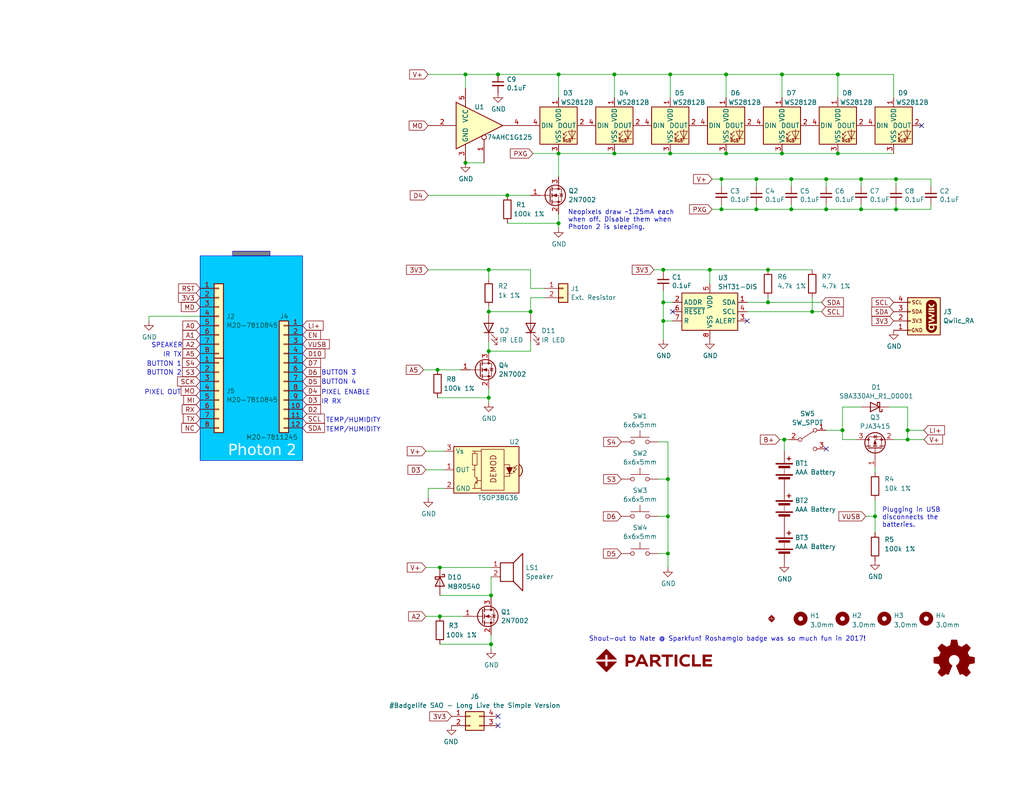
<source format=kicad_sch>
(kicad_sch (version 20230121) (generator eeschema)
  (paper "USLetter")
  (title_block (title "Particle BAMF23 Badge") (date "2023-08-24") (rev "v0.1") (company "         Designed by Brett Walach"))
  (lib_symbols
    (symbol "Connector_Generic:Conn_01x02" (pin_names (offset 1.016) hide)
      (property "Reference" "J" (at 0 2.54 0))
      (property "Value" "Conn_01x02" (at 0 -5.08 0))
      (symbol "Conn_01x02_1_1"
        (pin passive line (at -5.08 0 0) (length 3.81) (name "Pin_1") (number "1"))
        (pin passive line (at -5.08 -2.54 0) (length 3.81) (name "Pin_2") (number "2"))
      )
    )
    (symbol "Connector_Generic:Conn_02x02_Counter_Clockwise" (pin_names (offset 1.016) hide)
      (property "Reference" "J" (at 1.27 2.54 0))
      (property "Value" "Conn_02x02_Counter_Clockwise" (at 1.27 -5.08 0))
      (symbol "Conn_02x02_Counter_Clockwise_1_1"
        (pin passive line (at -5.08 0 0) (length 3.81) (name "Pin_1") (number "1"))
        (pin passive line (at -5.08 -2.54 0) (length 3.81) (name "Pin_2") (number "2"))
        (pin passive line (at 7.62 -2.54 180) (length 3.81) (name "Pin_3") (number "3"))
        (pin passive line (at 7.62 0 180) (length 3.81) (name "Pin_4") (number "4"))
      )
    )
    (symbol "Device:Battery" (pin_numbers hide) (pin_names (offset 0) hide)
      (property "Reference" "BT" (at 2.54 2.54 0))
      (property "Value" "Battery" (at 2.54 0 0))
      (symbol "Battery_1_1"
        (pin passive line (at 0 5.08 270) (length 2.54) (name "+") (number "1"))
        (pin passive line (at 0 -5.08 90) (length 2.54) (name "-") (number "2"))
      )
    )
    (symbol "Diode:MBR0540" (pin_numbers hide) (pin_names (offset 1.016) hide)
      (property "Reference" "D" (at 0 2.54 0))
      (property "Value" "MBR0540" (at 0 -2.54 0))
      (symbol "MBR0540_1_1"
        (pin passive line (at -3.81 0 0) (length 2.54) (name "K") (number "1"))
        (pin passive line (at 3.81 0 180) (length 2.54) (name "A") (number "2"))
      )
    )
    (symbol "Graphic:Logo_Open_Hardware_Small" (pin_names (offset 1.016)))
    (symbol "Mechanical:MountingHole" (pin_names (offset 1.016))
      (property "Reference" "H" (at 0 5.08 0))
      (property "Value" "MountingHole" (at 0 3.175 0))
    )
    (symbol "Sensor_Humidity:SHT31-DIS"
      (property "Reference" "U" (at -6.35 6.35 0))
      (property "Value" "SHT31-DIS" (at 6.35 6.35 0))
      (symbol "SHT31-DIS_1_1"
        (pin bidirectional line (at 10.16 2.54 180) (length 2.54) (name "SDA") (number "1"))
        (pin input line (at -10.16 2.54 0) (length 2.54) (name "ADDR") (number "2"))
        (pin output line (at 10.16 -2.54 180) (length 2.54) (name "ALERT") (number "3"))
        (pin input line (at 10.16 0 180) (length 2.54) (name "SCL") (number "4"))
        (pin power_in line (at 0 7.62 270) (length 2.54) (name "VDD") (number "5"))
        (pin input line (at -10.16 0 0) (length 2.54) (name "~{RESET}") (number "6"))
        (pin passive line (at -10.16 -2.54 0) (length 2.54) (name "R") (number "7"))
        (pin power_in line (at 0 -7.62 90) (length 2.54) (name "VSS") (number "8"))
        (pin passive line (at 0 -7.62 90) (length 2.54) hide (name "VSS") (number "9"))
      )
    )
    (symbol "Switch:SW_SPDT" (pin_names (offset 0) hide)
      (property "Reference" "SW" (at 0 4.318 0))
      (property "Value" "SW_SPDT" (at 0 -5.08 0))
      (symbol "SW_SPDT_1_1"
        (pin passive line (at 5.08 2.54 180) (length 2.54) (name "A") (number "1"))
        (pin passive line (at -5.08 0 0) (length 2.54) (name "B") (number "2"))
        (pin passive line (at 5.08 -2.54 180) (length 2.54) (name "C") (number "3"))
      )
    )
    (symbol "logo:LOGO" (pin_names (offset 1.016)))
    (symbol "particle-bamf23-badge:2N7002" (pin_names hide)
      (property "Reference" "Q2" (at 5.207 1.2121 0))
      (property "Value" "2N7002" (at 5.207 -1.2121 0))
      (symbol "2N7002_1_1"
        (pin input line (at -5.08 0 0) (length 2.54) (name "G") (number "1"))
        (pin passive line (at 2.54 -5.08 90) (length 2.54) (name "S") (number "2"))
        (pin passive line (at 2.54 5.08 270) (length 2.54) (name "D") (number "3"))
      )
    )
    (symbol "particle-bamf23-badge:74AHC1G125"
      (property "Reference" "U1" (at -1.905 6.985 0))
      (property "Value" "74AHC1G125" (at 3.175 5.08 0))
      (symbol "74AHC1G125_1_1"
        (pin input inverted (at 0 -10.16 90) (length 7.62) (name "~") (number "1"))
        (pin input line (at -15.24 0 0) (length 7.62) (name "~") (number "2"))
        (pin power_in line (at -5.08 -10.16 90) (length 5.08) (name "GND") (number "3"))
        (pin tri_state line (at 12.7 0 180) (length 7.62) (name "~") (number "4"))
        (pin power_in line (at -5.08 10.16 270) (length 5.08) (name "VCC") (number "5"))
      )
    )
    (symbol "particle-bamf23-badge:C_Small" (pin_numbers hide) (pin_names (offset 0.254) hide)
      (property "Reference" "C1" (at 2.3368 1.1684 0))
      (property "Value" "0.1uF" (at 2.3368 -1.143 0))
      (symbol "C_Small_1_1"
        (pin passive line (at 0 2.54 270) (length 2.032) (name "~") (number "1"))
        (pin passive line (at 0 -2.54 90) (length 2.032) (name "~") (number "2"))
      )
    )
    (symbol "particle-bamf23-badge:Conn_01x08" (pin_names (offset 1.016) hide)
      (property "Reference" "J6" (at 2.032 -0.0579 0))
      (property "Value" "Conn_01x08" (at 2.032 -2.4821 0))
      (symbol "Conn_01x08_1_1"
        (pin passive line (at -5.08 7.62 0) (length 3.81) (name "Pin_1") (number "1"))
        (pin passive line (at -5.08 5.08 0) (length 3.81) (name "Pin_2") (number "2"))
        (pin passive line (at -5.08 2.54 0) (length 3.81) (name "Pin_3") (number "3"))
        (pin passive line (at -5.08 0 0) (length 3.81) (name "Pin_4") (number "4"))
        (pin passive line (at -5.08 -2.54 0) (length 3.81) (name "Pin_5") (number "5"))
        (pin passive line (at -5.08 -5.08 0) (length 3.81) (name "Pin_6") (number "6"))
        (pin passive line (at -5.08 -7.62 0) (length 3.81) (name "Pin_7") (number "7"))
        (pin passive line (at -5.08 -10.16 0) (length 3.81) (name "Pin_8") (number "8"))
      )
    )
    (symbol "particle-bamf23-badge:Conn_01x12" (pin_names (offset 1.016) hide)
      (property "Reference" "J2" (at -1.27 -17.78 0))
      (property "Value" "M20-7810645" (at -12.7 -20.32 0))
      (symbol "Conn_01x12_1_1"
        (pin passive line (at -5.08 12.7 0) (length 3.81) (name "Pin_1") (number "1"))
        (pin passive line (at -5.08 -10.16 0) (length 3.81) (name "Pin_10") (number "10"))
        (pin passive line (at -5.08 -12.7 0) (length 3.81) (name "Pin_11") (number "11"))
        (pin passive line (at -5.08 -15.24 0) (length 3.81) (name "Pin_12") (number "12"))
        (pin passive line (at -5.08 10.16 0) (length 3.81) (name "Pin_2") (number "2"))
        (pin passive line (at -5.08 7.62 0) (length 3.81) (name "Pin_3") (number "3"))
        (pin passive line (at -5.08 5.08 0) (length 3.81) (name "Pin_4") (number "4"))
        (pin passive line (at -5.08 2.54 0) (length 3.81) (name "Pin_5") (number "5"))
        (pin passive line (at -5.08 0 0) (length 3.81) (name "Pin_6") (number "6"))
        (pin passive line (at -5.08 -2.54 0) (length 3.81) (name "Pin_7") (number "7"))
        (pin passive line (at -5.08 -5.08 0) (length 3.81) (name "Pin_8") (number "8"))
        (pin passive line (at -5.08 -7.62 0) (length 3.81) (name "Pin_9") (number "9"))
      )
    )
    (symbol "particle-bamf23-badge:GND" (power) (pin_names (offset 0))
      (property "Value" "GND" (at 0.127 -4.3942 0))
      (symbol "GND_1_1"
        (pin power_in line (at 0 0 270) (length 0) hide (name "GND") (number "1"))
      )
    )
    (symbol "particle-bamf23-badge:LED" (pin_numbers hide) (pin_names (offset 1.016) hide)
      (property "Reference" "D2" (at -0.7528 -2.921 90))
      (property "Value" "IR LED" (at -3.2897 -2.921 90))
      (symbol "LED_1_1"
        (pin passive line (at -3.81 0 0) (length 2.54) (name "K") (number "1"))
        (pin passive line (at 3.81 0 180) (length 2.54) (name "A") (number "2"))
      )
    )
    (symbol "particle-bamf23-badge:Q_PMOS_GSD" (pin_names (offset 0) hide)
      (property "Reference" "Q3" (at 8.5893 0 90))
      (property "Value" "PJA3415" (at 6.1651 0 90))
      (symbol "Q_PMOS_GSD_1_1"
        (pin input line (at -5.08 0 0) (length 2.54) (name "G") (number "1"))
        (pin passive line (at 2.54 -5.08 90) (length 2.54) (name "S") (number "2"))
        (pin passive line (at 2.54 5.08 270) (length 2.54) (name "D") (number "3"))
      )
    )
    (symbol "particle-bamf23-badge:R" (pin_numbers hide) (pin_names (offset 0))
      (property "Reference" "R2" (at -5.08 0 90))
      (property "Value" "1k 1%" (at -2.54 3.81 90))
      (symbol "R_1_1"
        (pin passive line (at 0 3.81 270) (length 1.27) (name "~") (number "1"))
        (pin passive line (at 0 -3.81 90) (length 1.27) (name "~") (number "2"))
      )
    )
    (symbol "particle-bamf23-badge:SW_Push" (pin_numbers hide) (pin_names (offset 1.016) hide)
      (property "Reference" "SW1" (at 0 7.0653 0))
      (property "Value" "SW_Push" (at 0 4.6411 0))
      (symbol "SW_Push_0_1"
        (pin passive line (at -5.08 0 0) (length 2.54) (name "1") (number "1"))
        (pin passive line (at 5.08 0 180) (length 2.54) (name "2") (number "2"))
      )
    )
    (symbol "particle-bamf23-badge:Speaker" (pin_names (offset 0) hide)
      (property "Reference" "LS1" (at 4.318 -0.0579 0))
      (property "Value" "Speaker" (at 4.318 -2.4821 0))
      (symbol "Speaker_1_1"
        (pin input line (at -5.08 0 0) (length 2.54) (name "1") (number "1"))
        (pin input line (at -5.08 -2.54 0) (length 2.54) (name "2") (number "2"))
      )
    )
    (symbol "particle-bamf23-badge:TSOP38238"
      (property "Reference" "U3" (at -1.735 10.4943 0))
      (property "Value" "TSOP38G36" (at -1.735 8.0701 0))
      (symbol "TSOP38238_0_0"
        (text "DEMOD" (at -3.175 0.254 900) (effects (font (size 1.524 1.524))))
      )
      (symbol "TSOP38238_1_1"
        (pin output line (at 10.16 0 180) (length 2.54) (name "OUT") (number "1"))
        (pin power_in line (at 10.16 -5.08 180) (length 2.54) (name "GND") (number "2"))
        (pin power_in line (at 10.16 5.08 180) (length 2.54) (name "Vs") (number "3"))
      )
    )
    (symbol "particle-bamf23-badge:WS2812B" (pin_names (offset 0.254))
      (property "Reference" "D3" (at 2.54 8.89 0))
      (property "Value" "WS2812B" (at 5.08 6.35 0))
      (symbol "WS2812B_0_0"
        (text "RGB" (at 2.286 -4.191 0) (effects (font (size 0.762 0.762))))
      )
      (symbol "WS2812B_1_1"
        (pin power_in line (at 0 7.62 270) (length 2.54) (name "VDD") (number "1"))
        (pin output line (at 7.62 0 180) (length 2.54) (name "DOUT") (number "2"))
        (pin power_in line (at 0 -7.62 90) (length 2.54) (name "VSS") (number "3"))
        (pin input line (at -7.62 0 0) (length 2.54) (name "DIN") (number "4"))
      )
    )
    (symbol "particle-logo2:LOGO" (pin_names (offset 1.016)))
    (symbol "sparkfun:Qwiic_Right_Angle" (pin_names (offset 1.016) hide)
      (property "Reference" "J" (at 0 5.08 0))
      (property "Value" "Qwiic_RA" (at 0 -7.62 0))
      (symbol "Qwiic_Right_Angle_1_1"
        (text "3V3" (at 1.27 -2.54 0) (effects (font (size 1 1))))
        (text "GND" (at 1.27 -5.08 0) (effects (font (size 1 1))))
        (text "SCL" (at 1.27 2.54 0) (effects (font (size 1 1))))
        (text "SDA" (at 1.27 0 0) (effects (font (size 1 1))))
        (pin passive line (at -5.08 -5.08 0) (length 3.81) (name "Pin_1") (number "1"))
        (pin passive line (at -5.08 -2.54 0) (length 3.81) (name "Pin_2") (number "2"))
        (pin passive line (at -5.08 0 0) (length 3.81) (name "Pin_3") (number "3"))
        (pin passive line (at -5.08 2.54 0) (length 3.81) (name "Pin_4") (number "4"))
        (pin no_connect line (at 2.54 3.81 270) (length 2.54) hide (name "NC") (number "NC1"))
        (pin no_connect line (at 2.54 3.81 270) (length 2.54) hide (name "NC") (number "NC2"))
      )
    )
  )
  (junction (at 138.43 53.34))
  (junction (at 119.38 100.965))
  (junction (at 152.4 20.32))
  (junction (at 234.95 48.895))
  (junction (at 234.95 57.15))
  (junction (at 198.12 20.32))
  (junction (at 196.85 57.15))
  (junction (at 209.55 73.66))
  (junction (at 180.975 73.66))
  (junction (at 228.6 20.32))
  (junction (at 209.55 82.55))
  (junction (at 215.9 48.895))
  (junction (at 198.12 41.91))
  (junction (at 167.64 41.91))
  (junction (at 120.015 168.275))
  (junction (at 133.35 85.09))
  (junction (at 133.35 95.885))
  (junction (at 229.87 117.475))
  (junction (at 133.35 73.66))
  (junction (at 144.78 85.09))
  (junction (at 180.975 87.63))
  (junction (at 213.36 20.32))
  (junction (at 238.76 140.97))
  (junction (at 133.35 108.585))
  (junction (at 221.615 85.09))
  (junction (at 225.425 57.15))
  (junction (at 213.995 120.015))
  (junction (at 133.985 162.56))
  (junction (at 244.475 57.15))
  (junction (at 225.425 48.895))
  (junction (at 120.015 154.94))
  (junction (at 193.675 73.66))
  (junction (at 213.36 41.91))
  (junction (at 182.245 130.81))
  (junction (at 182.88 20.32))
  (junction (at 167.64 20.32))
  (junction (at 182.245 140.97))
  (junction (at 152.4 41.91))
  (junction (at 182.88 41.91))
  (junction (at 127 20.32))
  (junction (at 196.85 48.895))
  (junction (at 215.9 57.15))
  (junction (at 152.4 60.96))
  (junction (at 180.975 82.55))
  (junction (at 135.89 20.32))
  (junction (at 247.65 120.015))
  (junction (at 244.475 48.895))
  (junction (at 182.245 151.13))
  (junction (at 127 44.45))
  (junction (at 247.65 117.475))
  (junction (at 133.985 175.895))
  (junction (at 206.375 48.895))
  (junction (at 206.375 57.15))
  (junction (at 228.6 41.91))
  (no_connect (at 251.46 34.29))
  (no_connect (at 135.89 195.58))
  (no_connect (at 203.835 87.63))
  (no_connect (at 183.515 85.09))
  (no_connect (at 225.425 122.555))
  (no_connect (at 135.89 198.12))
  (wire (pts (xy 180.975 73.66) (xy 193.675 73.66)))
  (wire (pts (xy 167.64 20.32) (xy 182.88 20.32)))
  (wire (pts (xy 182.245 130.81) (xy 182.245 140.97)))
  (wire (pts (xy 183.515 82.55) (xy 180.975 82.55)))
  (wire (pts (xy 247.65 111.125) (xy 247.65 117.475)))
  (wire (pts (xy 133.35 93.345) (xy 133.35 95.885)))
  (wire (pts (xy 115.57 100.965) (xy 119.38 100.965)))
  (wire (pts (xy 224.155 82.55) (xy 209.55 82.55)))
  (wire (pts (xy 133.985 162.56) (xy 133.985 163.195)))
  (wire (pts (xy 127 20.32) (xy 127 24.13)))
  (wire (pts (xy 206.375 57.15) (xy 196.85 57.15)))
  (wire (pts (xy 133.35 109.855) (xy 133.35 108.585)))
  (wire (pts (xy 244.475 55.88) (xy 244.475 57.15)))
  (wire (pts (xy 196.85 48.895) (xy 194.31 48.895)))
  (wire (pts (xy 225.425 57.15) (xy 215.9 57.15)))
  (wire (pts (xy 209.55 73.66) (xy 221.615 73.66)))
  (wire (pts (xy 133.985 175.895) (xy 133.985 173.355)))
  (wire (pts (xy 244.475 57.15) (xy 234.95 57.15)))
  (wire (pts (xy 180.975 82.55) (xy 180.975 87.63)))
  (wire (pts (xy 116.205 154.94) (xy 120.015 154.94)))
  (wire (pts (xy 225.425 117.475) (xy 229.87 117.475)))
  (wire (pts (xy 221.615 81.28) (xy 221.615 85.09)))
  (wire (pts (xy 167.64 41.91) (xy 182.88 41.91)))
  (wire (pts (xy 238.76 136.525) (xy 238.76 140.97)))
  (wire (pts (xy 116.84 20.32) (xy 127 20.32)))
  (wire (pts (xy 225.425 55.88) (xy 225.425 57.15)))
  (wire (pts (xy 254 57.15) (xy 254 55.88)))
  (wire (pts (xy 221.615 85.09) (xy 203.835 85.09)))
  (wire (pts (xy 228.6 20.32) (xy 243.84 20.32)))
  (wire (pts (xy 234.95 111.125) (xy 229.87 111.125)))
  (wire (pts (xy 133.35 108.585) (xy 133.35 106.045)))
  (wire (pts (xy 179.705 130.81) (xy 182.245 130.81)))
  (wire (pts (xy 238.76 140.97) (xy 238.76 145.415)))
  (wire (pts (xy 247.65 120.015) (xy 252.095 120.015)))
  (wire (pts (xy 234.95 57.15) (xy 225.425 57.15)))
  (wire (pts (xy 116.84 53.34) (xy 138.43 53.34)))
  (wire (pts (xy 144.78 95.885) (xy 133.35 95.885)))
  (wire (pts (xy 228.6 20.32) (xy 228.6 26.67)))
  (wire (pts (xy 179.705 151.13) (xy 182.245 151.13)))
  (wire (pts (xy 182.88 41.91) (xy 198.12 41.91)))
  (wire (pts (xy 144.78 78.74) (xy 148.59 78.74)))
  (wire (pts (xy 213.995 120.015) (xy 213.995 123.19)))
  (wire (pts (xy 144.78 93.345) (xy 144.78 95.885)))
  (wire (pts (xy 196.85 50.8) (xy 196.85 48.895)))
  (wire (pts (xy 167.64 20.32) (xy 167.64 26.67)))
  (wire (pts (xy 244.475 48.895) (xy 254 48.895)))
  (wire (pts (xy 209.55 81.28) (xy 209.55 82.55)))
  (wire (pts (xy 228.6 41.91) (xy 243.84 41.91)))
  (wire (pts (xy 133.985 154.94) (xy 120.015 154.94)))
  (wire (pts (xy 182.245 120.65) (xy 182.245 130.81)))
  (wire (pts (xy 152.4 41.91) (xy 152.4 48.26)))
  (wire (pts (xy 144.78 85.09) (xy 144.78 85.725)))
  (wire (pts (xy 213.995 120.015) (xy 215.265 120.015)))
  (wire (pts (xy 243.84 20.32) (xy 243.84 26.67)))
  (wire (pts (xy 183.515 87.63) (xy 180.975 87.63)))
  (wire (pts (xy 133.985 177.165) (xy 133.985 175.895)))
  (wire (pts (xy 133.35 85.09) (xy 133.35 85.725)))
  (wire (pts (xy 206.375 50.8) (xy 206.375 48.895)))
  (wire (pts (xy 182.88 20.32) (xy 198.12 20.32)))
  (wire (pts (xy 213.36 20.32) (xy 228.6 20.32)))
  (wire (pts (xy 254 48.895) (xy 254 50.8)))
  (wire (pts (xy 209.55 82.55) (xy 203.835 82.55)))
  (wire (pts (xy 127 44.45) (xy 132.08 44.45)))
  (wire (pts (xy 247.65 120.015) (xy 243.84 120.015)))
  (wire (pts (xy 133.35 73.66) (xy 133.35 76.2)))
  (wire (pts (xy 225.425 50.8) (xy 225.425 48.895)))
  (wire (pts (xy 152.4 41.91) (xy 167.64 41.91)))
  (wire (pts (xy 198.12 20.32) (xy 213.36 20.32)))
  (wire (pts (xy 238.76 128.905) (xy 238.76 127.635)))
  (wire (pts (xy 247.65 117.475) (xy 252.095 117.475)))
  (wire (pts (xy 120.015 168.275) (xy 126.365 168.275)))
  (wire (pts (xy 215.9 55.88) (xy 215.9 57.15)))
  (wire (pts (xy 116.84 133.35) (xy 121.285 133.35)))
  (wire (pts (xy 206.375 55.88) (xy 206.375 57.15)))
  (wire (pts (xy 244.475 57.15) (xy 254 57.15)))
  (wire (pts (xy 116.84 135.89) (xy 116.84 133.35)))
  (wire (pts (xy 133.35 83.82) (xy 133.35 85.09)))
  (wire (pts (xy 215.9 48.895) (xy 206.375 48.895)))
  (wire (pts (xy 229.87 117.475) (xy 229.87 120.015)))
  (wire (pts (xy 180.975 87.63) (xy 180.975 92.71)))
  (wire (pts (xy 152.4 20.32) (xy 152.4 26.67)))
  (wire (pts (xy 120.015 175.895) (xy 133.985 175.895)))
  (wire (pts (xy 247.65 117.475) (xy 247.65 120.015)))
  (wire (pts (xy 144.78 73.66) (xy 144.78 78.74)))
  (wire (pts (xy 127 20.32) (xy 135.89 20.32)))
  (wire (pts (xy 179.705 140.97) (xy 182.245 140.97)))
  (wire (pts (xy 180.975 74.295) (xy 180.975 73.66)))
  (wire (pts (xy 182.245 140.97) (xy 182.245 151.13)))
  (wire (pts (xy 152.4 62.23) (xy 152.4 60.96)))
  (wire (pts (xy 206.375 48.895) (xy 196.85 48.895)))
  (wire (pts (xy 133.985 157.48) (xy 133.985 162.56)))
  (wire (pts (xy 209.55 73.66) (xy 193.675 73.66)))
  (wire (pts (xy 244.475 48.895) (xy 234.95 48.895)))
  (wire (pts (xy 212.725 120.015) (xy 213.995 120.015)))
  (wire (pts (xy 133.35 73.66) (xy 144.78 73.66)))
  (wire (pts (xy 225.425 48.895) (xy 215.9 48.895)))
  (wire (pts (xy 196.85 55.88) (xy 196.85 57.15)))
  (wire (pts (xy 116.84 73.66) (xy 133.35 73.66)))
  (wire (pts (xy 116.205 128.27) (xy 121.285 128.27)))
  (wire (pts (xy 148.59 81.28) (xy 144.78 81.28)))
  (wire (pts (xy 182.245 151.13) (xy 182.245 154.94)))
  (wire (pts (xy 244.475 50.8) (xy 244.475 48.895)))
  (wire (pts (xy 152.4 20.32) (xy 167.64 20.32)))
  (wire (pts (xy 40.64 86.36) (xy 40.64 87.63)))
  (wire (pts (xy 178.435 73.66) (xy 180.975 73.66)))
  (wire (pts (xy 116.205 168.275) (xy 120.015 168.275)))
  (wire (pts (xy 116.205 123.19) (xy 121.285 123.19)))
  (wire (pts (xy 145.415 41.91) (xy 152.4 41.91)))
  (wire (pts (xy 54.61 86.36) (xy 40.64 86.36)))
  (wire (pts (xy 198.12 20.32) (xy 198.12 26.67)))
  (wire (pts (xy 138.43 53.34) (xy 144.78 53.34)))
  (wire (pts (xy 198.12 41.91) (xy 213.36 41.91)))
  (wire (pts (xy 213.36 20.32) (xy 213.36 26.67)))
  (wire (pts (xy 182.88 20.32) (xy 182.88 26.67)))
  (wire (pts (xy 229.87 111.125) (xy 229.87 117.475)))
  (wire (pts (xy 138.43 60.96) (xy 152.4 60.96)))
  (wire (pts (xy 236.22 140.97) (xy 238.76 140.97)))
  (wire (pts (xy 135.89 20.32) (xy 152.4 20.32)))
  (wire (pts (xy 196.85 57.15) (xy 194.31 57.15)))
  (wire (pts (xy 179.705 120.65) (xy 182.245 120.65)))
  (wire (pts (xy 144.78 81.28) (xy 144.78 85.09)))
  (wire (pts (xy 229.87 120.015) (xy 233.68 120.015)))
  (wire (pts (xy 215.9 50.8) (xy 215.9 48.895)))
  (wire (pts (xy 133.35 85.09) (xy 144.78 85.09)))
  (wire (pts (xy 234.95 48.895) (xy 225.425 48.895)))
  (wire (pts (xy 215.9 57.15) (xy 206.375 57.15)))
  (wire (pts (xy 119.38 108.585) (xy 133.35 108.585)))
  (wire (pts (xy 152.4 60.96) (xy 152.4 58.42)))
  (wire (pts (xy 193.675 73.66) (xy 193.675 77.47)))
  (wire (pts (xy 119.38 100.965) (xy 125.73 100.965)))
  (wire (pts (xy 213.36 41.91) (xy 228.6 41.91)))
  (wire (pts (xy 180.975 79.375) (xy 180.975 82.55)))
  (wire (pts (xy 234.95 50.8) (xy 234.95 48.895)))
  (wire (pts (xy 133.985 162.56) (xy 120.015 162.56)))
  (wire (pts (xy 234.95 55.88) (xy 234.95 57.15)))
  (wire (pts (xy 242.57 111.125) (xy 247.65 111.125)))
  (wire (pts (xy 224.155 85.09) (xy 221.615 85.09)))
  (rectangle (start 63.5 68.58) (end 73.66 69.85) (fill (type color) (color 132 132 132 1)))
  (rectangle (start 54.61 69.85) (end 82.55 125.73) (fill (type color) (color 0 202 254 1)))
  (text "Shout-out to Nate @ Sparkfun! Roshamglo badge was so much fun in 2017!\n" (at 160.655 175.26 0) (effects (font (size 1.27 1.27)) (justify left bottom)))
  (text "BUTTON 3\n\n\n" (at 87.63 106.68 0) (effects (font (size 1.27 1.27)) (justify left bottom)))
  (text "BUTTON 4\n\n\n" (at 87.63 109.22 0) (effects (font (size 1.27 1.27)) (justify left bottom)))
  (text "PIXEL OUT\n" (at 39.37 107.95 0) (effects (font (size 1.27 1.27)) (justify left bottom)))
  (text "BUTTON 2\n\n\n" (at 40.005 106.68 0) (effects (font (size 1.27 1.27)) (justify left bottom)))
  (text "IR TX\n\n" (at 44.45 99.695 0) (effects (font (size 1.27 1.27)) (justify left bottom)))
  (text "Plugging in USB\ndisconnects the\nbatteries." (at 240.665 144.145 0) (effects (font (size 1.27 1.27)) (justify left bottom)))
  (text "IR RX\n" (at 87.63 110.49 0) (effects (font (size 1.27 1.27)) (justify left bottom)))
  (text "Photon 2" (at 62.23 125.73 0) (effects (font (size 3 3)) (justify left bottom)))
  (text "PIXEL ENABLE\n" (at 87.63 107.95 0) (effects (font (size 1.27 1.27)) (justify left bottom)))
  (text "Neopixels draw ~1.25mA each\nwhen off. Disable them when\nPhoton 2 is sleeping." (at 154.94 62.865 0) (effects (font (size 1.27 1.27)) (justify left bottom)))
  (text "SPEAKER\n\n" (at 41.275 97.155 0) (effects (font (size 1.27 1.27)) (justify left bottom)))
  (text "TEMP/HUMIDITY" (at 88.9 115.57 0) (effects (font (size 1.27 1.27)) (justify left bottom)))
  (text "TEMP/HUMIDITY" (at 88.9 118.11 0) (effects (font (size 1.27 1.27)) (justify left bottom)))
  (text "BUTTON 1\n\n" (at 40.005 102.235 0) (effects (font (size 1.27 1.27)) (justify left bottom)))
  (global_label "SDA" (shape input) (at 243.84 85.09 180) (property "Intersheetrefs" "${INTERSHEET_REFS}" (effects hide)))
  (global_label "VUSB" (shape input) (at 236.22 140.97 180) (property "Intersheetrefs" "${INTERSHEET_REFS}" (effects hide)))
  (global_label "LI+" (shape input) (at 252.095 117.475 0) (property "Intersheetrefs" "${INTERSHEET_REFS}" (effects hide)))
  (global_label "3V3" (shape input) (at 123.19 195.58 180) (property "Intersheetrefs" "${INTERSHEET_REFS}" (effects hide)))
  (global_label "V+" (shape input) (at 194.31 48.895 180) (property "Intersheetrefs" "${INTERSHEET_REFS}" (effects hide)))
  (global_label "D4" (shape input) (at 82.55 106.68 0) (property "Intersheetrefs" "${INTERSHEET_REFS}" (effects hide)))
  (global_label "S3" (shape input) (at 54.61 101.6 180) (property "Intersheetrefs" "${INTERSHEET_REFS}" (effects hide)))
  (global_label "D5" (shape input) (at 169.545 151.13 180) (property "Intersheetrefs" "${INTERSHEET_REFS}" (effects hide)))
  (global_label "S4" (shape input) (at 169.545 120.65 180) (property "Intersheetrefs" "${INTERSHEET_REFS}" (effects hide)))
  (global_label "MO" (shape input) (at 116.84 34.29 180) (property "Intersheetrefs" "${INTERSHEET_REFS}" (effects hide)))
  (global_label "A0" (shape input) (at 54.61 88.9 180) (property "Intersheetrefs" "${INTERSHEET_REFS}" (effects hide)))
  (global_label "PXG" (shape input) (at 145.415 41.91 180) (property "Intersheetrefs" "${INTERSHEET_REFS}" (effects hide)))
  (global_label "TX" (shape input) (at 54.61 114.3 180) (property "Intersheetrefs" "${INTERSHEET_REFS}" (effects hide)))
  (global_label "SDA" (shape input) (at 82.55 116.84 0) (property "Intersheetrefs" "${INTERSHEET_REFS}" (effects hide)))
  (global_label "SCL" (shape input) (at 224.155 85.09 0) (property "Intersheetrefs" "${INTERSHEET_REFS}" (effects hide)))
  (global_label "V+" (shape input) (at 252.095 120.015 0) (property "Intersheetrefs" "${INTERSHEET_REFS}" (effects hide)))
  (global_label "D3" (shape input) (at 116.205 128.27 180) (property "Intersheetrefs" "${INTERSHEET_REFS}" (effects hide)))
  (global_label "MO" (shape input) (at 54.61 106.68 180) (property "Intersheetrefs" "${INTERSHEET_REFS}" (effects hide)))
  (global_label "RX" (shape input) (at 54.61 111.76 180) (property "Intersheetrefs" "${INTERSHEET_REFS}" (effects hide)))
  (global_label "S3" (shape input) (at 169.545 130.81 180) (property "Intersheetrefs" "${INTERSHEET_REFS}" (effects hide)))
  (global_label "D7" (shape input) (at 82.55 99.06 0) (property "Intersheetrefs" "${INTERSHEET_REFS}" (effects hide)))
  (global_label "SCL" (shape input) (at 82.55 114.3 0) (property "Intersheetrefs" "${INTERSHEET_REFS}" (effects hide)))
  (global_label "V+" (shape input) (at 116.205 123.19 180) (property "Intersheetrefs" "${INTERSHEET_REFS}" (effects hide)))
  (global_label "3V3" (shape input) (at 243.84 87.63 180) (property "Intersheetrefs" "${INTERSHEET_REFS}" (effects hide)))
  (global_label "D6" (shape input) (at 169.545 140.97 180) (property "Intersheetrefs" "${INTERSHEET_REFS}" (effects hide)))
  (global_label "A2" (shape input) (at 54.61 93.98 180) (property "Intersheetrefs" "${INTERSHEET_REFS}" (effects hide)))
  (global_label "3V3" (shape input) (at 116.84 73.66 180) (property "Intersheetrefs" "${INTERSHEET_REFS}" (effects hide)))
  (global_label "V+" (shape input) (at 116.205 154.94 180) (property "Intersheetrefs" "${INTERSHEET_REFS}" (effects hide)))
  (global_label "D4" (shape input) (at 116.84 53.34 180) (property "Intersheetrefs" "${INTERSHEET_REFS}" (effects hide)))
  (global_label "D6" (shape input) (at 82.55 101.6 0) (property "Intersheetrefs" "${INTERSHEET_REFS}" (effects hide)))
  (global_label "B+" (shape input) (at 212.725 120.015 180) (property "Intersheetrefs" "${INTERSHEET_REFS}" (effects hide)))
  (global_label "SDA" (shape input) (at 224.155 82.55 0) (property "Intersheetrefs" "${INTERSHEET_REFS}" (effects hide)))
  (global_label "A2" (shape input) (at 116.205 168.275 180) (property "Intersheetrefs" "${INTERSHEET_REFS}" (effects hide)))
  (global_label "D3" (shape input) (at 82.55 109.22 0) (property "Intersheetrefs" "${INTERSHEET_REFS}" (effects hide)))
  (global_label "MI" (shape input) (at 54.61 109.22 180) (property "Intersheetrefs" "${INTERSHEET_REFS}" (effects hide)))
  (global_label "NC" (shape input) (at 54.61 116.84 180) (property "Intersheetrefs" "${INTERSHEET_REFS}" (effects hide)))
  (global_label "LI+" (shape input) (at 82.55 88.9 0) (property "Intersheetrefs" "${INTERSHEET_REFS}" (effects hide)))
  (global_label "A5" (shape input) (at 115.57 100.965 180) (property "Intersheetrefs" "${INTERSHEET_REFS}" (effects hide)))
  (global_label "D5" (shape input) (at 82.55 104.14 0) (property "Intersheetrefs" "${INTERSHEET_REFS}" (effects hide)))
  (global_label "SCK" (shape input) (at 54.61 104.14 180) (property "Intersheetrefs" "${INTERSHEET_REFS}" (effects hide)))
  (global_label "PXG" (shape input) (at 194.31 57.15 180) (property "Intersheetrefs" "${INTERSHEET_REFS}" (effects hide)))
  (global_label "D2" (shape input) (at 82.55 111.76 0) (property "Intersheetrefs" "${INTERSHEET_REFS}" (effects hide)))
  (global_label "RST" (shape input) (at 54.61 78.74 180) (property "Intersheetrefs" "${INTERSHEET_REFS}" (effects hide)))
  (global_label "MD" (shape input) (at 54.61 83.82 180) (property "Intersheetrefs" "${INTERSHEET_REFS}" (effects hide)))
  (global_label "A5" (shape input) (at 54.61 96.52 180) (property "Intersheetrefs" "${INTERSHEET_REFS}" (effects hide)))
  (global_label "EN" (shape input) (at 82.55 91.44 0) (property "Intersheetrefs" "${INTERSHEET_REFS}" (effects hide)))
  (global_label "3V3" (shape input) (at 54.61 81.28 180) (property "Intersheetrefs" "${INTERSHEET_REFS}" (effects hide)))
  (global_label "VUSB" (shape input) (at 82.55 93.98 0) (property "Intersheetrefs" "${INTERSHEET_REFS}" (effects hide)))
  (global_label "SCL" (shape input) (at 243.84 82.55 180) (property "Intersheetrefs" "${INTERSHEET_REFS}" (effects hide)))
  (global_label "3V3" (shape input) (at 178.435 73.66 180) (property "Intersheetrefs" "${INTERSHEET_REFS}" (effects hide)))
  (global_label "V+" (shape input) (at 116.84 20.32 180) (property "Intersheetrefs" "${INTERSHEET_REFS}" (effects hide)))
  (global_label "A1" (shape input) (at 54.61 91.44 180) (property "Intersheetrefs" "${INTERSHEET_REFS}" (effects hide)))
  (global_label "D10" (shape input) (at 82.55 96.52 0) (property "Intersheetrefs" "${INTERSHEET_REFS}" (effects hide)))
  (global_label "S4" (shape input) (at 54.61 99.06 180) (property "Intersheetrefs" "${INTERSHEET_REFS}" (effects hide)))
  (symbol (lib_id "Graphic:Logo_Open_Hardware_Small") (at 260.35 180.34 0) (unit 1)
    (property "Reference" "#LOGO1" (effects hide))
    (property "Value" "Logo_Open_Hardware_Small" (effects hide))
  )
  (symbol (lib_id "particle-bamf23-badge:GND") (at 127 44.45 0) (unit 1)
    (property "Reference" "#PWR02" (effects hide))
    (property "Value" "GND" (at 127.127 48.8442 0))
  )
  (symbol (lib_id "particle-bamf23-badge:SW_Push") (at 174.625 140.97 0) (unit 1)
    (property "Reference" "SW3" (at 174.625 133.9047 0))
    (property "Value" "6x6x5mm" (at 174.625 136.3289 0))
    (property "Footprint" "particle-bamf23-badge:SW_Push_1P1T_NO_6x6mm_H5mm" (effects hide))
  )
  (symbol (lib_id "particle-bamf23-badge:C_Small") (at 180.975 76.835 0) (unit 1)
    (property "Reference" "C1" (at 183.3118 75.6666 0) (effects (justify left)))
    (property "Value" "0.1uF" (at 183.3118 77.978 0) (effects (justify left)))
    (property "Footprint" "particle-bamf23-badge:C_0805_2012Metric_Pad1.20x1.40mm_HandSolder" (effects hide))
  )
  (symbol (lib_id "particle-bamf23-badge:C_Small") (at 225.425 53.34 0) (unit 1)
    (property "Reference" "C6" (at 227.7618 52.1716 0) (effects (justify left)))
    (property "Value" "0.1uF" (at 227.7618 54.483 0) (effects (justify left)))
    (property "Footprint" "particle-bamf23-badge:C_0805_2012Metric_Pad1.20x1.40mm_HandSolder" (effects hide))
  )
  (symbol (lib_id "Device:Battery") (at 213.995 148.59 0) (unit 1)
    (property "Reference" "BT3" (at 216.916 146.8064 0) (effects (justify left)))
    (property "Value" "AAA Battery" (at 216.916 149.2306 0) (effects (justify left)))
    (property "Footprint" "particle-bamf23-badge:BatteryHolder_MPD_BK82_AAA" (effects hide))
  )
  (symbol (lib_id "particle-bamf23-badge:WS2812B") (at 152.4 34.29 0) (unit 1)
    (property "Reference" "D3" (at 154.94 25.4 0))
    (property "Value" "WS2812B" (at 157.48 27.94 0))
    (property "Footprint" "particle-bamf23-badge:LED_WS2812B_PLCC4_5.0x5.0mm_P3.2mm" (effects hide))
    (property "Datasheet" "https://cdn-shop.adafruit.com/datasheets/WS2812B.pdf" (effects hide))
  )
  (symbol (lib_id "particle-bamf23-badge:GND") (at 152.4 62.23 0) (unit 1)
    (property "Reference" "#PWR01" (effects hide))
    (property "Value" "GND" (at 152.527 66.6242 0))
  )
  (symbol (lib_id "particle-bamf23-badge:C_Small") (at 206.375 53.34 0) (unit 1)
    (property "Reference" "C4" (at 208.7118 52.1716 0) (effects (justify left)))
    (property "Value" "0.1uF" (at 208.7118 54.483 0) (effects (justify left)))
    (property "Footprint" "particle-bamf23-badge:C_0805_2012Metric_Pad1.20x1.40mm_HandSolder" (effects hide))
  )
  (symbol (lib_id "particle-bamf23-badge:R") (at 238.76 149.225 180) (unit 1)
    (property "Reference" "R5" (at 241.3 147.32 0) (effects (justify right)))
    (property "Value" "100k 1%" (at 241.3 149.86 0) (effects (justify right)))
    (property "Footprint" "particle-bamf23-badge:R_0805_2012Metric_Pad1.20x1.40mm_HandSolder" (effects hide))
  )
  (symbol (lib_id "particle-bamf23-badge:GND") (at 133.35 109.855 0) (unit 1)
    (property "Reference" "#PWR013" (effects hide))
    (property "Value" "GND" (at 133.477 114.2492 0))
  )
  (symbol (lib_id "particle-bamf23-badge:SW_Push") (at 174.625 130.81 0) (unit 1)
    (property "Reference" "SW2" (at 174.625 123.7447 0))
    (property "Value" "6x6x5mm" (at 174.625 126.1689 0))
    (property "Footprint" "particle-bamf23-badge:SW_Push_1P1T_NO_6x6mm_H5mm" (effects hide))
  )
  (symbol (lib_id "Mechanical:MountingHole") (at 252.73 168.91 0) (unit 1)
    (property "Reference" "H4" (at 255.27 168.0753 0) (effects (justify left)))
    (property "Value" "3.0mm" (at 255.27 170.6122 0) (effects (justify left)))
    (property "Footprint" "particle-bamf23-badge:MountingHole_4.0mm_M3.0" (effects hide))
  )
  (symbol (lib_id "particle-bamf23-badge:Conn_01x12") (at 77.47 101.6 0) (mirror y) (unit 1)
    (property "Reference" "J4" (at 78.74 86.36 0) (effects (justify left)))
    (property "Value" "M20-7811245" (at 81.28 119.38 0) (effects (justify left)))
    (property "Footprint" "particle-bamf23-badge:Harwin_M20-7811245_2x12_P2.54mm_Vertical" (effects hide))
  )
  (symbol (lib_id "particle-bamf23-badge:C_Small") (at 196.85 53.34 0) (unit 1)
    (property "Reference" "C3" (at 199.1868 52.1716 0) (effects (justify left)))
    (property "Value" "0.1uF" (at 199.1868 54.483 0) (effects (justify left)))
    (property "Footprint" "particle-bamf23-badge:C_0805_2012Metric_Pad1.20x1.40mm_HandSolder" (effects hide))
  )
  (symbol (lib_id "particle-bamf23-badge:C_Small") (at 234.95 53.34 0) (unit 1)
    (property "Reference" "C7" (at 237.2868 52.1716 0) (effects (justify left)))
    (property "Value" "0.1uF" (at 237.2868 54.483 0) (effects (justify left)))
    (property "Footprint" "particle-bamf23-badge:C_0805_2012Metric_Pad1.20x1.40mm_HandSolder" (effects hide))
  )
  (symbol (lib_id "particle-bamf23-badge:Speaker") (at 139.065 154.94 0) (unit 1)
    (property "Reference" "LS1" (at 143.383 154.9979 0) (effects (justify left)))
    (property "Value" "Speaker" (at 143.383 157.4221 0) (effects (justify left)))
    (property "Footprint" "particle-bamf23-badge:MagneticBuzzer_FUET-9032-05" (effects hide))
  )
  (symbol (lib_id "particle-logo2:LOGO") (at 214.63 168.91 0) (unit 1)
    (property "Reference" "G1" (effects hide))
    (property "Value" "LOGO" (effects hide))
    (property "Footprint" "particle-bamf23-badge:particle-logo-stacked-10mm-sm" (effects hide))
  )
  (symbol (lib_id "logo:LOGO") (at 178.435 180.34 0) (unit 1)
    (property "Reference" "G2" (effects hide))
    (property "Value" "LOGO" (effects hide))
    (property "Footprint" "particle-bamf23-badge:particle-logo-38mm-ss" (effects hide))
  )
  (symbol (lib_id "particle-bamf23-badge:C_Small") (at 254 53.34 0) (unit 1)
    (property "Reference" "C2" (at 256.3368 52.1716 0) (effects (justify left)))
    (property "Value" "0.1uF" (at 256.3368 54.483 0) (effects (justify left)))
    (property "Footprint" "particle-bamf23-badge:C_0805_2012Metric_Pad1.20x1.40mm_HandSolder" (effects hide))
  )
  (symbol (lib_id "particle-bamf23-badge:GND") (at 116.84 135.89 0) (unit 1)
    (property "Reference" "#PWR09" (effects hide))
    (property "Value" "GND" (at 116.967 140.2842 0))
  )
  (symbol (lib_id "particle-bamf23-badge:SW_Push") (at 174.625 120.65 0) (unit 1)
    (property "Reference" "SW1" (at 174.625 113.5847 0))
    (property "Value" "6x6x5mm" (at 174.625 116.0089 0))
    (property "Footprint" "particle-bamf23-badge:SW_Push_1P1T_NO_6x6mm_H5mm" (effects hide))
  )
  (symbol (lib_id "particle-bamf23-badge:Conn_01x08") (at 59.69 106.68 0) (unit 1)
    (property "Reference" "J5" (at 61.722 106.7379 0) (effects (justify left)))
    (property "Value" "M20-7810845" (at 61.722 109.1621 0) (effects (justify left)))
    (property "Footprint" "particle-bamf23-badge:Harwin_M20-7810845_2x08_P2.54mm_Vertical" (effects hide))
  )
  (symbol (lib_id "particle-bamf23-badge:GND") (at 243.84 90.17 0) (unit 1)
    (property "Reference" "#PWR05" (effects hide))
    (property "Value" "GND" (at 243.967 94.5642 0))
  )
  (symbol (lib_id "particle-bamf23-badge:Conn_01x08") (at 59.69 86.36 0) (unit 1)
    (property "Reference" "J2" (at 61.722 86.4179 0) (effects (justify left)))
    (property "Value" "M20-7810845" (at 61.722 88.8421 0) (effects (justify left)))
    (property "Footprint" "particle-bamf23-badge:Harwin_M20-7810845_2x08_P2.54mm_Vertical" (effects hide))
  )
  (symbol (lib_id "particle-bamf23-badge:SW_Push") (at 174.625 151.13 0) (unit 1)
    (property "Reference" "SW4" (at 174.625 144.0647 0))
    (property "Value" "6x6x5mm" (at 174.625 146.4889 0))
    (property "Footprint" "particle-bamf23-badge:SW_Push_1P1T_NO_6x6mm_H5mm" (effects hide))
  )
  (symbol (lib_id "particle-bamf23-badge:GND") (at 193.675 92.71 0) (unit 1)
    (property "Reference" "#PWR011" (effects hide))
    (property "Value" "GND" (at 193.802 97.1042 0))
  )
  (symbol (lib_id "Connector_Generic:Conn_02x02_Counter_Clockwise") (at 128.27 195.58 0) (unit 1)
    (property "Reference" "J6" (at 129.54 190.1657 0))
    (property "Value" "#Badgelife SAO - Long Live the Simple Version" (at 129.54 192.5899 0))
    (property "Footprint" "particle-bamf23-badge:PinHeader_2x02_P2.54mm_Vertical" (effects hide))
  )
  (symbol (lib_id "particle-bamf23-badge:R") (at 133.35 80.01 180) (unit 1)
    (property "Reference" "R2" (at 135.89 78.105 0) (effects (justify right)))
    (property "Value" "1k 1%" (at 135.89 80.645 0) (effects (justify right)))
    (property "Footprint" "particle-bamf23-badge:R_0805_2012Metric_Pad1.20x1.40mm_HandSolder" (effects hide))
  )
  (symbol (lib_id "Mechanical:MountingHole") (at 241.3 168.91 0) (unit 1)
    (property "Reference" "H3" (at 243.84 168.0753 0) (effects (justify left)))
    (property "Value" "3.0mm" (at 243.84 170.6122 0) (effects (justify left)))
    (property "Footprint" "particle-bamf23-badge:MountingHole_4.0mm_M3.0" (effects hide))
  )
  (symbol (lib_id "Connector_Generic:Conn_01x02") (at 153.67 78.74 0) (unit 1)
    (property "Reference" "J1" (at 155.702 78.7979 0) (effects (justify left)))
    (property "Value" "Ext. Resistor" (at 155.702 81.2221 0) (effects (justify left)))
    (property "Footprint" "Connector_PinHeader_2.54mm:PinHeader_1x02_P2.54mm_Vertical" (effects hide))
  )
  (symbol (lib_id "particle-bamf23-badge:GND") (at 213.995 153.67 0) (unit 1)
    (property "Reference" "#PWR08" (effects hide))
    (property "Value" "GND" (at 214.122 158.0642 0))
  )
  (symbol (lib_id "particle-bamf23-badge:R") (at 119.38 104.775 0) (unit 1)
    (property "Reference" "R8" (at 124.46 103.505 0) (effects (justify right)))
    (property "Value" "100k 1%" (at 129.54 106.045 0) (effects (justify right)))
    (property "Footprint" "particle-bamf23-badge:R_0805_2012Metric_Pad1.20x1.40mm_HandSolder" (effects hide))
  )
  (symbol (lib_id "particle-bamf23-badge:C_Small") (at 244.475 53.34 0) (unit 1)
    (property "Reference" "C8" (at 246.8118 52.1716 0) (effects (justify left)))
    (property "Value" "0.1uF" (at 246.8118 54.483 0) (effects (justify left)))
    (property "Footprint" "particle-bamf23-badge:C_0805_2012Metric_Pad1.20x1.40mm_HandSolder" (effects hide))
  )
  (symbol (lib_id "Diode:MBR0540") (at 238.76 111.125 180) (unit 1)
    (property "Reference" "D1" (at 239.0775 105.7107 0))
    (property "Value" "SBA330AH_R1_00001" (at 239.0775 108.1349 0))
    (property "Footprint" "particle-bamf23-badge:D_SOD-123HE" (effects hide))
  )
  (symbol (lib_id "particle-bamf23-badge:R") (at 238.76 132.715 180) (unit 1)
    (property "Reference" "R4" (at 241.3 130.81 0) (effects (justify right)))
    (property "Value" "10k 1%" (at 241.3 133.35 0) (effects (justify right)))
    (property "Footprint" "particle-bamf23-badge:R_0805_2012Metric_Pad1.20x1.40mm_HandSolder" (effects hide))
  )
  (symbol (lib_id "particle-bamf23-badge:GND") (at 135.89 25.4 0) (unit 1)
    (property "Reference" "#PWR07" (effects hide))
    (property "Value" "GND" (at 136.017 29.7942 0))
  )
  (symbol (lib_id "particle-bamf23-badge:LED") (at 144.78 89.535 90) (unit 1)
    (property "Reference" "D11" (at 147.701 90.2878 90) (effects (justify right)))
    (property "Value" "IR LED" (at 147.701 92.8247 90) (effects (justify right)))
    (property "Footprint" "particle-bamf23-badge:LED_D5.0mm_Horizontal_O1.27mm_Z3.0mm" (effects hide))
  )
  (symbol (lib_id "particle-bamf23-badge:2N7002") (at 130.81 100.965 0) (unit 1)
    (property "Reference" "Q4" (at 136.017 99.7529 0) (effects (justify left)))
    (property "Value" "2N7002" (at 136.017 102.1771 0) (effects (justify left)))
    (property "Footprint" "particle-bamf23-badge:SOT-23_HandSoldering" (effects hide))
    (property "Datasheet" "https://www.onsemi.com/pub/Collateral/NDS7002A-D.PDF" (effects hide))
  )
  (symbol (lib_id "particle-bamf23-badge:GND") (at 123.19 198.12 0) (mirror y) (unit 1)
    (property "Reference" "#PWR014" (effects hide))
    (property "Value" "GND" (at 123.063 202.5142 0))
  )
  (symbol (lib_id "sparkfun:Qwiic_Right_Angle") (at 248.92 85.09 0) (unit 1)
    (property "Reference" "J3" (at 257.302 85.1479 0) (effects (justify left)))
    (property "Value" "Qwiic_RA" (at 257.302 87.5721 0) (effects (justify left)))
    (property "Footprint" "particle-bamf23-badge:JST04_1MM_RA" (effects hide))
    (property "Datasheet" "https://www.jst-mfg.com/product/pdf/eng/eSH.pdf" (effects hide))
    (property "PROD_ID" "CONN-13694" (effects hide))
  )
  (symbol (lib_id "particle-bamf23-badge:R") (at 120.015 172.085 0) (unit 1)
    (property "Reference" "R3" (at 125.095 170.815 0) (effects (justify right)))
    (property "Value" "100k 1%" (at 130.175 173.355 0) (effects (justify right)))
    (property "Footprint" "particle-bamf23-badge:R_0805_2012Metric_Pad1.20x1.40mm_HandSolder" (effects hide))
  )
  (symbol (lib_id "particle-bamf23-badge:WS2812B") (at 198.12 34.29 0) (unit 1)
    (property "Reference" "D6" (at 200.66 25.4 0))
    (property "Value" "WS2812B" (at 203.2 27.94 0))
    (property "Footprint" "particle-bamf23-badge:LED_WS2812B_PLCC4_5.0x5.0mm_P3.2mm" (effects hide))
    (property "Datasheet" "https://cdn-shop.adafruit.com/datasheets/WS2812B.pdf" (effects hide))
  )
  (symbol (lib_id "particle-bamf23-badge:R") (at 221.615 77.47 180) (unit 1)
    (property "Reference" "R7" (at 224.155 75.565 0) (effects (justify right)))
    (property "Value" "4.7k 1%" (at 224.155 78.105 0) (effects (justify right)))
    (property "Footprint" "particle-bamf23-badge:R_0805_2012Metric_Pad1.20x1.40mm_HandSolder" (effects hide))
  )
  (symbol (lib_id "Sensor_Humidity:SHT31-DIS") (at 193.675 85.09 0) (unit 1)
    (property "Reference" "U3" (at 195.8691 75.8657 0) (effects (justify left)))
    (property "Value" "SHT31-DIS" (at 195.8691 78.2899 0) (effects (justify left)))
    (property "Footprint" "particle-bamf23-badge:Sensirion_DFN-8-1EP_2.5x2.5mm_P0.5mm_EP1.1x1.7mm" (effects hide))
    (property "Datasheet" "https://www.sensirion.com/fileadmin/user_upload/customers/sensirion/Dokumente/2_Humidity_Sensors/Datasheets/Sensirion_Humidity_Sensors_SHT3x_Datasheet_digital.pdf" (effects hide))
  )
  (symbol (lib_id "particle-bamf23-badge:WS2812B") (at 182.88 34.29 0) (unit 1)
    (property "Reference" "D5" (at 185.42 25.4 0))
    (property "Value" "WS2812B" (at 187.96 27.94 0))
    (property "Footprint" "particle-bamf23-badge:LED_WS2812B_PLCC4_5.0x5.0mm_P3.2mm" (effects hide))
    (property "Datasheet" "https://cdn-shop.adafruit.com/datasheets/WS2812B.pdf" (effects hide))
  )
  (symbol (lib_id "particle-bamf23-badge:2N7002") (at 149.86 53.34 0) (unit 1)
    (property "Reference" "Q2" (at 155.067 52.1279 0) (effects (justify left)))
    (property "Value" "2N7002" (at 155.067 54.5521 0) (effects (justify left)))
    (property "Footprint" "particle-bamf23-badge:SOT-23_HandSoldering" (effects hide))
    (property "Datasheet" "https://www.onsemi.com/pub/Collateral/NDS7002A-D.PDF" (effects hide))
  )
  (symbol (lib_id "particle-bamf23-badge:74AHC1G125") (at 132.08 34.29 0) (unit 1)
    (property "Reference" "U1" (at 130.81 29.21 0))
    (property "Value" "74AHC1G125" (at 139.065 37.465 0))
    (property "Footprint" "particle-bamf23-badge:SOT-23-5_HandSoldering" (effects hide))
    (property "Datasheet" "http://www.ti.com/lit/sg/scyt129e/scyt129e.pdf" (effects hide))
  )
  (symbol (lib_id "particle-bamf23-badge:GND") (at 238.76 153.035 0) (unit 1)
    (property "Reference" "#PWR010" (effects hide))
    (property "Value" "GND" (at 238.887 157.4292 0))
  )
  (symbol (lib_id "particle-bamf23-badge:WS2812B") (at 243.84 34.29 0) (unit 1)
    (property "Reference" "D9" (at 246.38 25.4 0))
    (property "Value" "WS2812B" (at 248.92 27.94 0))
    (property "Footprint" "particle-bamf23-badge:LED_WS2812B_PLCC4_5.0x5.0mm_P3.2mm" (effects hide))
    (property "Datasheet" "https://cdn-shop.adafruit.com/datasheets/WS2812B.pdf" (effects hide))
  )
  (symbol (lib_id "Device:Battery") (at 213.995 128.27 0) (unit 1)
    (property "Reference" "BT1" (at 216.916 126.4864 0) (effects (justify left)))
    (property "Value" "AAA Battery" (at 216.916 128.9106 0) (effects (justify left)))
    (property "Footprint" "particle-bamf23-badge:BatteryHolder_MPD_BK82_AAA" (effects hide))
  )
  (symbol (lib_id "Mechanical:MountingHole") (at 229.87 168.91 0) (unit 1)
    (property "Reference" "H2" (at 232.41 168.0753 0) (effects (justify left)))
    (property "Value" "3.0mm" (at 232.41 170.6122 0) (effects (justify left)))
    (property "Footprint" "particle-bamf23-badge:MountingHole_4.0mm_M3.0" (effects hide))
  )
  (symbol (lib_id "particle-bamf23-badge:R") (at 138.43 57.15 0) (unit 1)
    (property "Reference" "R1" (at 143.51 55.88 0) (effects (justify right)))
    (property "Value" "100k 1%" (at 148.59 58.42 0) (effects (justify right)))
    (property "Footprint" "particle-bamf23-badge:R_0805_2012Metric_Pad1.20x1.40mm_HandSolder" (effects hide))
  )
  (symbol (lib_id "particle-bamf23-badge:Q_PMOS_GSD") (at 238.76 122.555 90) (unit 1)
    (property "Reference" "Q3" (at 238.76 113.9657 90))
    (property "Value" "PJA3415" (at 238.76 116.3899 90))
    (property "Footprint" "particle-bamf23-badge:SOT-23_HandSoldering" (effects hide))
  )
  (symbol (lib_id "particle-bamf23-badge:GND") (at 133.985 177.165 0) (unit 1)
    (property "Reference" "#PWR06" (effects hide))
    (property "Value" "GND" (at 134.112 181.5592 0))
  )
  (symbol (lib_id "particle-bamf23-badge:R") (at 209.55 77.47 180) (unit 1)
    (property "Reference" "R6" (at 212.09 75.565 0) (effects (justify right)))
    (property "Value" "4.7k 1%" (at 212.09 78.105 0) (effects (justify right)))
    (property "Footprint" "particle-bamf23-badge:R_0805_2012Metric_Pad1.20x1.40mm_HandSolder" (effects hide))
  )
  (symbol (lib_id "Diode:MBR0540") (at 120.015 158.75 270) (unit 1)
    (property "Reference" "D10" (at 122.047 157.5978 90) (effects (justify left)))
    (property "Value" "MBR0540" (at 122.047 160.1347 90) (effects (justify left)))
    (property "Footprint" "particle-bamf23-badge:D_SOD-123" (effects hide))
    (property "Datasheet" "http://www.mccsemi.com/up_pdf/MBR0520~MBR0580(SOD123).pdf" (effects hide))
  )
  (symbol (lib_id "Mechanical:MountingHole") (at 218.44 168.91 0) (unit 1)
    (property "Reference" "H1" (at 220.98 168.0753 0) (effects (justify left)))
    (property "Value" "3.0mm" (at 220.98 170.6122 0) (effects (justify left)))
    (property "Footprint" "particle-bamf23-badge:MountingHole_4.0mm_M3.0" (effects hide))
  )
  (symbol (lib_id "particle-bamf23-badge:WS2812B") (at 213.36 34.29 0) (unit 1)
    (property "Reference" "D7" (at 215.9 25.4 0))
    (property "Value" "WS2812B" (at 218.44 27.94 0))
    (property "Footprint" "particle-bamf23-badge:LED_WS2812B_PLCC4_5.0x5.0mm_P3.2mm" (effects hide))
    (property "Datasheet" "https://cdn-shop.adafruit.com/datasheets/WS2812B.pdf" (effects hide))
  )
  (symbol (lib_id "Switch:SW_SPDT") (at 220.345 120.015 0) (unit 1)
    (property "Reference" "SW5" (at 220.345 112.9497 0))
    (property "Value" "SW_SPDT" (at 220.345 115.3739 0))
    (property "Footprint" "particle-bamf23-badge:SW_SPDT_PCM12" (effects hide))
  )
  (symbol (lib_id "particle-bamf23-badge:WS2812B") (at 167.64 34.29 0) (unit 1)
    (property "Reference" "D4" (at 170.18 25.4 0))
    (property "Value" "WS2812B" (at 172.72 27.94 0))
    (property "Footprint" "particle-bamf23-badge:LED_WS2812B_PLCC4_5.0x5.0mm_P3.2mm" (effects hide))
    (property "Datasheet" "https://cdn-shop.adafruit.com/datasheets/WS2812B.pdf" (effects hide))
  )
  (symbol (lib_id "Device:Battery") (at 213.995 138.43 0) (unit 1)
    (property "Reference" "BT2" (at 216.916 136.6464 0) (effects (justify left)))
    (property "Value" "AAA Battery" (at 216.916 139.0706 0) (effects (justify left)))
    (property "Footprint" "particle-bamf23-badge:BatteryHolder_MPD_BK82_AAA" (effects hide))
  )
  (symbol (lib_id "particle-bamf23-badge:LED") (at 133.35 89.535 90) (unit 1)
    (property "Reference" "D2" (at 136.271 90.2878 90) (effects (justify right)))
    (property "Value" "IR LED" (at 136.271 92.8247 90) (effects (justify right)))
    (property "Footprint" "particle-bamf23-badge:LED_Harvatek_B4301IR" (effects hide))
  )
  (symbol (lib_id "particle-bamf23-badge:WS2812B") (at 228.6 34.29 0) (unit 1)
    (property "Reference" "D8" (at 231.14 25.4 0))
    (property "Value" "WS2812B" (at 233.68 27.94 0))
    (property "Footprint" "particle-bamf23-badge:LED_WS2812B_PLCC4_5.0x5.0mm_P3.2mm" (effects hide))
    (property "Datasheet" "https://cdn-shop.adafruit.com/datasheets/WS2812B.pdf" (effects hide))
  )
  (symbol (lib_id "particle-bamf23-badge:GND") (at 40.64 87.63 0) (unit 1)
    (property "Reference" "#PWR04" (effects hide))
    (property "Value" "GND" (at 40.767 92.0242 0))
  )
  (symbol (lib_id "particle-bamf23-badge:GND") (at 182.245 154.94 0) (unit 1)
    (property "Reference" "#PWR03" (effects hide))
    (property "Value" "GND" (at 182.372 159.3342 0))
  )
  (symbol (lib_id "particle-bamf23-badge:GND") (at 180.975 92.71 0) (unit 1)
    (property "Reference" "#PWR012" (effects hide))
    (property "Value" "GND" (at 181.102 97.1042 0))
  )
  (symbol (lib_id "particle-bamf23-badge:C_Small") (at 135.89 22.86 0) (unit 1)
    (property "Reference" "C9" (at 138.2268 21.6916 0) (effects (justify left)))
    (property "Value" "0.1uF" (at 138.2268 24.003 0) (effects (justify left)))
    (property "Footprint" "particle-bamf23-badge:C_0805_2012Metric_Pad1.20x1.40mm_HandSolder" (effects hide))
  )
  (symbol (lib_id "particle-bamf23-badge:2N7002") (at 131.445 168.275 0) (unit 1)
    (property "Reference" "Q1" (at 136.652 167.0629 0) (effects (justify left)))
    (property "Value" "2N7002" (at 136.652 169.4871 0) (effects (justify left)))
    (property "Footprint" "particle-bamf23-badge:SOT-23_HandSoldering" (effects hide))
    (property "Datasheet" "https://www.onsemi.com/pub/Collateral/NDS7002A-D.PDF" (effects hide))
  )
  (symbol (lib_id "particle-bamf23-badge:C_Small") (at 215.9 53.34 0) (unit 1)
    (property "Reference" "C5" (at 218.2368 52.1716 0) (effects (justify left)))
    (property "Value" "0.1uF" (at 218.2368 54.483 0) (effects (justify left)))
    (property "Footprint" "particle-bamf23-badge:C_0805_2012Metric_Pad1.20x1.40mm_HandSolder" (effects hide))
  )
  (symbol (lib_id "particle-bamf23-badge:TSOP38238") (at 131.445 128.27 0) (mirror y) (unit 1)
    (property "Reference" "U2" (at 140.335 120.65 0))
    (property "Value" "TSOP38G36" (at 135.89 135.89 0))
    (property "Footprint" "particle-bamf23-badge:Vishay_MINICAST-3Pin" (effects hide))
    (property "Datasheet" "http://www.vishay.com/docs/82731/tsop38g36.pdf" (effects hide))
  )
)
</source>
